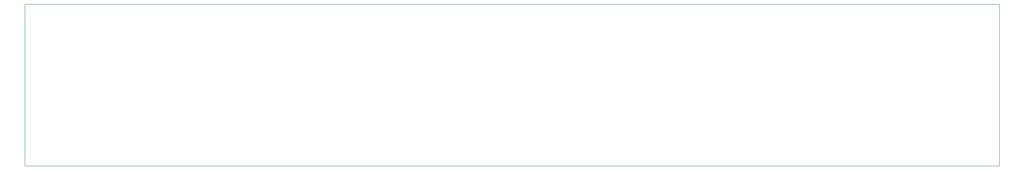
<source format=gm1>
G04 #@! TF.GenerationSoftware,KiCad,Pcbnew,7.0.2*
G04 #@! TF.CreationDate,2024-02-22T21:39:23+01:00*
G04 #@! TF.ProjectId,jack_io_board,6a61636b-5f69-46f5-9f62-6f6172642e6b,rev?*
G04 #@! TF.SameCoordinates,Original*
G04 #@! TF.FileFunction,Profile,NP*
%FSLAX46Y46*%
G04 Gerber Fmt 4.6, Leading zero omitted, Abs format (unit mm)*
G04 Created by KiCad (PCBNEW 7.0.2) date 2024-02-22 21:39:23*
%MOMM*%
%LPD*%
G01*
G04 APERTURE LIST*
G04 #@! TA.AperFunction,Profile*
%ADD10C,0.100000*%
G04 #@! TD*
G04 APERTURE END LIST*
D10*
X252300000Y-102700000D02*
X52200000Y-102700000D01*
X52200000Y-69500000D01*
X252300000Y-69500000D01*
X252300000Y-102700000D01*
M02*

</source>
